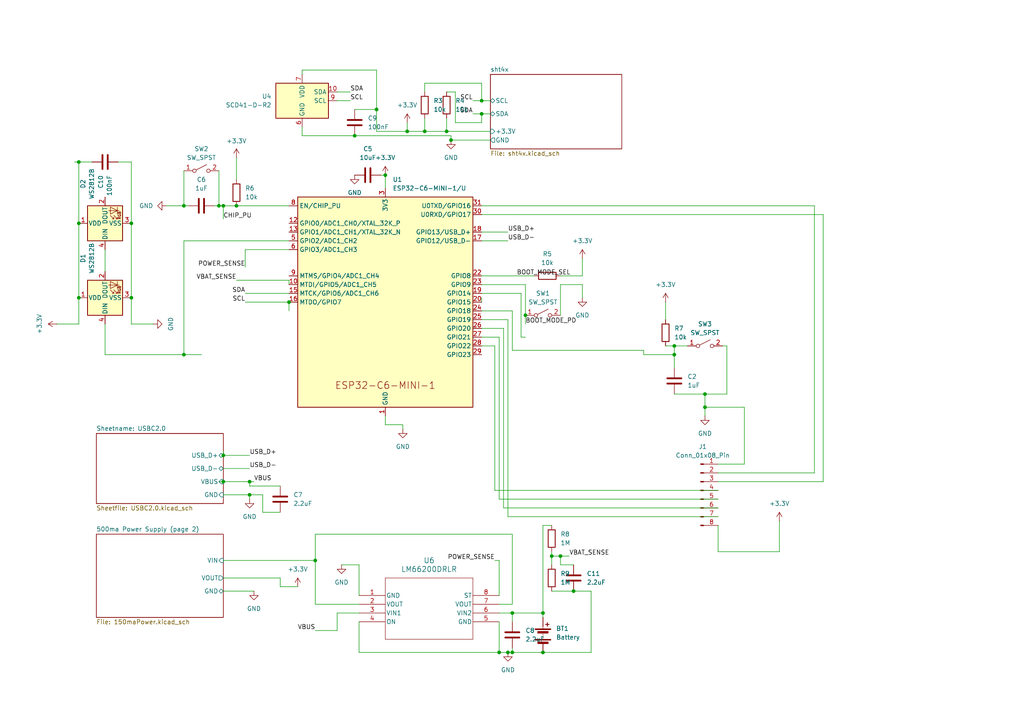
<source format=kicad_sch>
(kicad_sch (version 20250114) (generator "eeschema") (generator_version "9.0")
  (paper "A4")
  (lib_symbols
    (symbol "2025-04-16_23-12-51:LM66200DRLR" (pin_names (offset 0.254))
      (property "Reference" "U" (at 20.32 10.16 0))
      (property "Value" "LM66200DRLR" (at 20.32 7.62 0))
      (symbol "LM66200DRLR_0_1"
        (polyline (pts (xy 7.62 5.08) (xy 7.62 -12.7)) (stroke (width 0.127)))
        (polyline (pts (xy 7.62 -12.7) (xy 33.02 -12.7)) (stroke (width 0.127)))
        (polyline (pts (xy 33.02 5.08) (xy 7.62 5.08)) (stroke (width 0.127)))
        (polyline (pts (xy 33.02 -12.7) (xy 33.02 5.08)) (stroke (width 0.127)))
        (pin power_out line (at 0 0 0) (length 7.62) (name "GND") (number "1"))
        (pin power_in line (at 0 -2.54 0) (length 7.62) (name "VOUT") (number "2"))
        (pin input line (at 0 -5.08 0) (length 7.62) (name "VIN1") (number "3"))
        (pin input line (at 0 -7.62 0) (length 7.62) (name "ON") (number "4"))
        (pin output line (at 40.64 0 180) (length 7.62) (name "ST") (number "8"))
        (pin output line (at 40.64 -2.54 180) (length 7.62) (name "VOUT") (number "7"))
        (pin input line (at 40.64 -5.08 180) (length 7.62) (name "VIN2") (number "6"))
        (pin power_out line (at 40.64 -7.62 180) (length 7.62) (name "GND") (number "5"))
      )
    )
    (symbol "Connector:Conn_01x08_Pin" (pin_names (offset 1.016) (hide yes))
      (property "Reference" "J" (at 0 10.16 0))
      (property "Value" "Conn_01x08_Pin" (at 0 -12.7 0))
      (symbol "Conn_01x08_Pin_1_1"
        (rectangle (start 0.8636 7.747) (end 0 7.493) (stroke (width 0.1524)) (fill (type outline)))
        (rectangle (start 0.8636 5.207) (end 0 4.953) (stroke (width 0.1524)) (fill (type outline)))
        (rectangle (start 0.8636 2.667) (end 0 2.413) (stroke (width 0.1524)) (fill (type outline)))
        (rectangle (start 0.8636 0.127) (end 0 -0.127) (stroke (width 0.1524)) (fill (type outline)))
        (rectangle (start 0.8636 -2.413) (end 0 -2.667) (stroke (width 0.1524)) (fill (type outline)))
        (rectangle (start 0.8636 -4.953) (end 0 -5.207) (stroke (width 0.1524)) (fill (type outline)))
        (rectangle (start 0.8636 -7.493) (end 0 -7.747) (stroke (width 0.1524)) (fill (type outline)))
        (rectangle (start 0.8636 -10.033) (end 0 -10.287) (stroke (width 0.1524)) (fill (type outline)))
        (polyline (pts (xy 1.27 7.62) (xy 0.8636 7.62)) (stroke (width 0.1524)))
        (polyline (pts (xy 1.27 5.08) (xy 0.8636 5.08)) (stroke (width 0.1524)))
        (polyline (pts (xy 1.27 2.54) (xy 0.8636 2.54)) (stroke (width 0.1524)))
        (polyline (pts (xy 1.27 0) (xy 0.8636 0)) (stroke (width 0.1524)))
        (polyline (pts (xy 1.27 -2.54) (xy 0.8636 -2.54)) (stroke (width 0.1524)))
        (polyline (pts (xy 1.27 -5.08) (xy 0.8636 -5.08)) (stroke (width 0.1524)))
        (polyline (pts (xy 1.27 -7.62) (xy 0.8636 -7.62)) (stroke (width 0.1524)))
        (polyline (pts (xy 1.27 -10.16) (xy 0.8636 -10.16)) (stroke (width 0.1524)))
        (pin passive line (at 5.08 7.62 180) (length 3.81) (name "Pin_1") (number "1"))
        (pin passive line (at 5.08 5.08 180) (length 3.81) (name "Pin_2") (number "2"))
        (pin passive line (at 5.08 2.54 180) (length 3.81) (name "Pin_3") (number "3"))
        (pin passive line (at 5.08 0 180) (length 3.81) (name "Pin_4") (number "4"))
        (pin passive line (at 5.08 -2.54 180) (length 3.81) (name "Pin_5") (number "5"))
        (pin passive line (at 5.08 -5.08 180) (length 3.81) (name "Pin_6") (number "6"))
        (pin passive line (at 5.08 -7.62 180) (length 3.81) (name "Pin_7") (number "7"))
        (pin passive line (at 5.08 -10.16 180) (length 3.81) (name "Pin_8") (number "8"))
      )
    )
    (symbol "Device:Battery" (pin_numbers (hide yes)) (pin_names (offset 0) (hide yes))
      (property "Reference" "BT" (at 2.54 2.54 0))
      (property "Value" "Battery" (at 2.54 0 0))
      (symbol "Battery_0_1"
        (rectangle (start -2.286 1.778) (end 2.286 1.524) (fill (type outline)))
        (rectangle (start -2.286 -1.27) (end 2.286 -1.524) (fill (type outline)))
        (rectangle (start -1.524 1.016) (end 1.524 0.508) (fill (type outline)))
        (rectangle (start -1.524 -2.032) (end 1.524 -2.54) (fill (type outline)))
        (polyline (pts (xy 0 1.778) (xy 0 2.54)))
        (polyline (pts (xy 0 0) (xy 0 0.254)))
        (polyline (pts (xy 0 -0.508) (xy 0 -0.254)))
        (polyline (pts (xy 0 -1.016) (xy 0 -0.762)))
        (polyline (pts (xy 0.762 3.048) (xy 1.778 3.048)) (stroke (width 0.254)))
        (polyline (pts (xy 1.27 3.556) (xy 1.27 2.54)) (stroke (width 0.254)))
      )
      (symbol "Battery_1_1"
        (pin passive line (at 0 5.08 270) (length 2.54) (name "+") (number "1"))
        (pin passive line (at 0 -5.08 90) (length 2.54) (name "-") (number "2"))
      )
    )
    (symbol "Device:C" (pin_numbers (hide yes)) (pin_names (offset 0.254))
      (property "Reference" "C" (at 0.635 2.54 0))
      (property "Value" "C" (at 0.635 -2.54 0))
      (symbol "C_0_1"
        (polyline (pts (xy -2.032 0.762) (xy 2.032 0.762)) (stroke (width 0.508)))
        (polyline (pts (xy -2.032 -0.762) (xy 2.032 -0.762)) (stroke (width 0.508)))
      )
      (symbol "C_1_1"
        (pin passive line (at 0 3.81 270) (length 2.794) (name "~") (number "1"))
        (pin passive line (at 0 -3.81 90) (length 2.794) (name "~") (number "2"))
      )
    )
    (symbol "Device:R" (pin_numbers (hide yes)) (pin_names (offset 0))
      (property "Reference" "R" (at 2.032 0 90))
      (property "Value" "R" (at 0 0 90))
      (symbol "R_0_1"
        (rectangle (start -1.016 -2.54) (end 1.016 2.54) (stroke (width 0.254)))
      )
      (symbol "R_1_1"
        (pin passive line (at 0 3.81 270) (length 1.27) (name "~") (number "1"))
        (pin passive line (at 0 -3.81 90) (length 1.27) (name "~") (number "2"))
      )
    )
    (symbol "LED:WS2812B" (pin_names (offset 0.254))
      (property "Reference" "D" (at 5.08 5.715 0))
      (property "Value" "WS2812B" (at 1.27 -5.715 0))
      (symbol "WS2812B_0_0"
        (text "RGB" (at 2.286 -4.191 0) (effects (font (size 0.762 0.762))))
      )
      (symbol "WS2812B_0_1"
        (polyline (pts (xy 1.27 -2.54) (xy 1.778 -2.54)))
        (polyline (pts (xy 1.27 -3.556) (xy 1.778 -3.556)))
        (polyline (pts (xy 2.286 -1.524) (xy 1.27 -2.54) (xy 1.27 -2.032)))
        (polyline (pts (xy 2.286 -2.54) (xy 1.27 -3.556) (xy 1.27 -3.048)))
        (polyline (pts (xy 3.683 -1.016) (xy 3.683 -3.556) (xy 3.683 -4.064)))
        (polyline (pts (xy 4.699 -1.524) (xy 2.667 -1.524) (xy 3.683 -3.556) (xy 4.699 -1.524)))
        (polyline (pts (xy 4.699 -3.556) (xy 2.667 -3.556)))
        (rectangle (start 5.08 5.08) (end -5.08 -5.08) (stroke (width 0.254)) (fill (type background)))
      )
      (symbol "WS2812B_1_1"
        (pin input line (at -7.62 0 0) (length 2.54) (name "DIN") (number "4"))
        (pin power_in line (at 0 7.62 270) (length 2.54) (name "VDD") (number "1"))
        (pin power_in line (at 0 -7.62 90) (length 2.54) (name "VSS") (number "3"))
        (pin output line (at 7.62 0 180) (length 2.54) (name "DOUT") (number "2"))
      )
    )
    (symbol "PCM_Espressif:ESP32-C6-MINI-1/U"
      (property "Reference" "U" (at -25.4 35.56 0))
      (property "Value" "ESP32-C6-MINI-1/U" (at -25.4 33.02 0))
      (symbol "ESP32-C6-MINI-1/U_0_0"
        (text "ESP32-C6-MINI-1" (at 0 -24.13 0) (effects (font (size 2 2))))
      )
      (symbol "ESP32-C6-MINI-1/U_0_1"
        (rectangle (start -25.4 30.48) (end 25.4 -30.48) (stroke (width 0.254)) (fill (type background)))
      )
      (symbol "ESP32-C6-MINI-1/U_1_1"
        (pin input line (at -27.94 27.94 0) (length 2.54) (name "EN/CHIP_PU") (number "8"))
        (pin bidirectional line (at -27.94 22.86 0) (length 2.54) (name "GPIO0/ADC1_CH0/XTAL_32K_P") (number "12"))
        (pin bidirectional line (at -27.94 20.32 0) (length 2.54) (name "GPIO1/ADC1_CH1/XTAL_32K_N") (number "13"))
        (pin bidirectional line (at -27.94 17.78 0) (length 2.54) (name "GPIO2/ADC1_CH2") (number "5"))
        (pin bidirectional line (at -27.94 15.24 0) (length 2.54) (name "GPIO3/ADC1_CH3") (number "6"))
        (pin bidirectional line (at -27.94 7.62 0) (length 2.54) (name "MTMS/GPIO4/ADC1_CH4") (number "9"))
        (pin bidirectional line (at -27.94 5.08 0) (length 2.54) (name "MTDI/GPIO5/ADC1_CH5") (number "10"))
        (pin bidirectional line (at -27.94 2.54 0) (length 2.54) (name "MTCK/GPIO6/ADC1_CH6") (number "15"))
        (pin bidirectional line (at -27.94 0 0) (length 2.54) (name "MTDO/GPIO7") (number "16"))
        (pin no_connect line (at -25.4 -5.08 0) (length 2.54) (hide yes) (name "NC") (number "4"))
        (pin no_connect line (at -25.4 -7.62 0) (length 2.54) (hide yes) (name "NC") (number "7"))
        (pin no_connect line (at -25.4 -10.16 0) (length 2.54) (hide yes) (name "NC") (number "21"))
        (pin no_connect line (at -25.4 -12.7 0) (length 2.54) (hide yes) (name "NC") (number "32"))
        (pin no_connect line (at -25.4 -15.24 0) (length 2.54) (hide yes) (name "NC") (number "33"))
        (pin no_connect line (at -25.4 -17.78 0) (length 2.54) (hide yes) (name "NC") (number "34"))
        (pin no_connect line (at -25.4 -20.32 0) (length 2.54) (hide yes) (name "NC") (number "35"))
        (pin power_in line (at 0 33.02 270) (length 2.54) (name "3V3") (number "3"))
        (pin power_in line (at 0 -33.02 90) (length 2.54) (name "GND") (number "1"))
        (pin passive line (at 0 -33.02 90) (length 2.54) (hide yes) (name "GND") (number "11"))
        (pin passive line (at 0 -33.02 90) (length 2.54) (hide yes) (name "GND") (number "14"))
        (pin passive line (at 0 -33.02 90) (length 2.54) (hide yes) (name "GND") (number "2"))
        (pin passive line (at 0 -33.02 90) (length 2.54) (hide yes) (name "GND") (number "36"))
        (pin passive line (at 0 -33.02 90) (length 2.54) (hide yes) (name "GND") (number "37"))
        (pin passive line (at 0 -33.02 90) (length 2.54) (hide yes) (name "GND") (number "38"))
        (pin passive line (at 0 -33.02 90) (length 2.54) (hide yes) (name "GND") (number "39"))
        (pin passive line (at 0 -33.02 90) (length 2.54) (hide yes) (name "GND") (number "40"))
        (pin passive line (at 0 -33.02 90) (length 2.54) (hide yes) (name "GND") (number "41"))
        (pin passive line (at 0 -33.02 90) (length 2.54) (hide yes) (name "GND") (number "42"))
        (pin passive line (at 0 -33.02 90) (length 2.54) (hide yes) (name "GND") (number "43"))
        (pin passive line (at 0 -33.02 90) (length 2.54) (hide yes) (name "GND") (number "44"))
        (pin passive line (at 0 -33.02 90) (length 2.54) (hide yes) (name "GND") (number "45"))
        (pin passive line (at 0 -33.02 90) (length 2.54) (hide yes) (name "GND") (number "46"))
        (pin passive line (at 0 -33.02 90) (length 2.54) (hide yes) (name "GND") (number "47"))
        (pin passive line (at 0 -33.02 90) (length 2.54) (hide yes) (name "GND") (number "48"))
        (pin passive line (at 0 -33.02 90) (length 2.54) (hide yes) (name "GND") (number "49"))
        (pin passive line (at 0 -33.02 90) (length 2.54) (hide yes) (name "GND") (number "50"))
        (pin passive line (at 0 -33.02 90) (length 2.54) (hide yes) (name "GND") (number "51"))
        (pin passive line (at 0 -33.02 90) (length 2.54) (hide yes) (name "GND") (number "52"))
        (pin passive line (at 0 -33.02 90) (length 2.54) (hide yes) (name "GND") (number "53"))
        (pin bidirectional line (at 27.94 27.94 180) (length 2.54) (name "U0TXD/GPIO16") (number "31"))
        (pin bidirectional line (at 27.94 25.4 180) (length 2.54) (name "U0RXD/GPIO17") (number "30"))
        (pin bidirectional line (at 27.94 20.32 180) (length 2.54) (name "GPIO13/USB_D+") (number "18"))
        (pin bidirectional line (at 27.94 17.78 180) (length 2.54) (name "GPIO12/USB_D-") (number "17"))
        (pin bidirectional line (at 27.94 7.62 180) (length 2.54) (name "GPIO8") (number "22"))
        (pin bidirectional line (at 27.94 5.08 180) (length 2.54) (name "GPIO9") (number "23"))
        (pin bidirectional line (at 27.94 2.54 180) (length 2.54) (name "GPIO14") (number "19"))
        (pin bidirectional line (at 27.94 0 180) (length 2.54) (name "GPIO15") (number "20"))
        (pin bidirectional line (at 27.94 -2.54 180) (length 2.54) (name "GPIO18") (number "24"))
        (pin bidirectional line (at 27.94 -5.08 180) (length 2.54) (name "GPIO19") (number "25"))
        (pin bidirectional line (at 27.94 -7.62 180) (length 2.54) (name "GPIO20") (number "26"))
        (pin bidirectional line (at 27.94 -10.16 180) (length 2.54) (name "GPIO21") (number "27"))
        (pin bidirectional line (at 27.94 -12.7 180) (length 2.54) (name "GPIO22") (number "28"))
        (pin bidirectional line (at 27.94 -15.24 180) (length 2.54) (name "GPIO23") (number "29"))
      )
    )
    (symbol "Sensor_Gas:SCD41-D-R2"
      (property "Reference" "U" (at -7.62 6.35 0))
      (property "Value" "SCD41-D-R2" (at 6.985 6.35 0))
      (symbol "SCD41-D-R2_0_1"
        (rectangle (start 7.62 5.08) (end -7.62 -5.08) (stroke (width 0.254)) (fill (type background)))
      )
      (symbol "SCD41-D-R2_1_1"
        (pin passive line (at 0 7.62 270) (length 2.54) (hide yes) (name "VDD") (number "19"))
        (pin power_in line (at 0 7.62 270) (length 2.54) (name "VDD") (number "7"))
        (pin passive line (at 0 -7.62 90) (length 2.54) (hide yes) (name "GND") (number "20"))
        (pin passive line (at 0 -7.62 90) (length 2.54) (hide yes) (name "GND") (number "21"))
        (pin power_in line (at 0 -7.62 90) (length 2.54) (name "GND") (number "6"))
        (pin bidirectional line (at 10.16 2.54 180) (length 2.54) (name "SDA") (number "10"))
        (pin input line (at 10.16 0 180) (length 2.54) (name "SCL") (number "9"))
      )
    )
    (symbol "Switch:SW_SPST" (pin_names (offset 0) (hide yes))
      (property "Reference" "SW" (at 0 3.175 0))
      (property "Value" "SW_SPST" (at 0 -2.54 0))
      (symbol "SW_SPST_0_0"
        (circle (center -2.032 0) (radius 0.508))
        (polyline (pts (xy -1.524 0.254) (xy 1.524 1.778)))
        (circle (center 2.032 0) (radius 0.508))
      )
      (symbol "SW_SPST_1_1"
        (pin passive line (at -5.08 0 0) (length 2.54) (name "A") (number "1"))
        (pin passive line (at 5.08 0 180) (length 2.54) (name "B") (number "2"))
      )
    )
    (symbol "power:+3.3V" (power) (pin_numbers (hide yes)) (pin_names (offset 0) (hide yes))
      (property "Value" "+3.3V" (at 0 3.556 0))
      (symbol "+3.3V_0_1"
        (polyline (pts (xy -0.762 1.27) (xy 0 2.54)))
        (polyline (pts (xy 0 2.54) (xy 0.762 1.27)))
        (polyline (pts (xy 0 0) (xy 0 2.54)))
      )
      (symbol "+3.3V_1_1"
        (pin power_in line (at 0 0 90) (length 0) (name "~") (number "1"))
      )
    )
    (symbol "power:GND" (power) (pin_numbers (hide yes)) (pin_names (offset 0) (hide yes))
      (property "Value" "GND" (at 0 -3.81 0))
      (symbol "GND_0_1"
        (polyline (pts (xy 0 0) (xy 0 -1.27) (xy 1.27 -1.27) (xy 0 -2.54) (xy -1.27 -1.27) (xy 0 -1.27)))
      )
      (symbol "GND_1_1"
        (pin power_in line (at 0 0 270) (length 0) (name "~") (number "1"))
      )
    )
  )
  (junction (at 72.39 143.51))
  (junction (at 53.34 102.87))
  (junction (at 111.76 50.8))
  (junction (at 139.7 29.21))
  (junction (at 118.11 38.1))
  (junction (at 130.81 40.64))
  (junction (at 102.87 39.37))
  (junction (at 91.44 162.56))
  (junction (at 22.86 46.99))
  (junction (at 204.47 114.3))
  (junction (at 195.58 102.87))
  (junction (at 152.4 91.44))
  (junction (at 83.82 87.63))
  (junction (at 22.86 86.36))
  (junction (at 123.19 38.1))
  (junction (at 38.1 64.77))
  (junction (at 64.77 132.08))
  (junction (at 68.58 59.69))
  (junction (at 166.37 171.45))
  (junction (at 204.47 118.11))
  (junction (at 157.48 189.23))
  (junction (at 195.58 100.33))
  (junction (at 53.34 59.69))
  (junction (at 109.22 31.75))
  (junction (at 72.39 139.7))
  (junction (at 148.59 177.8))
  (junction (at 148.59 189.23))
  (junction (at 38.1 86.36))
  (junction (at 22.86 64.77))
  (junction (at 64.77 59.69))
  (junction (at 63.5 59.69))
  (junction (at 162.56 161.29))
  (junction (at 160.02 161.29))
  (junction (at 157.48 177.8))
  (junction (at 139.7 33.02))
  (junction (at 129.54 38.1))
  (junction (at 64.77 139.7))
  (junction (at 147.32 189.23))
  (junction (at 144.78 189.23))
  (wire (pts (xy 63.5 49.53) (xy 63.5 59.69)))
  (wire (pts (xy 87.63 36.83) (xy 87.63 39.37)))
  (wire (pts (xy 166.37 171.45) (xy 160.02 171.45)))
  (wire (pts (xy 147.32 189.23) (xy 144.78 189.23)))
  (wire (pts (xy 148.59 189.23) (xy 147.32 189.23)))
  (wire (pts (xy 22.86 46.99) (xy 26.67 46.99)))
  (wire (pts (xy 38.1 46.99) (xy 38.1 64.77)))
  (wire (pts (xy 146.05 147.32) (xy 208.28 147.32)))
  (wire (pts (xy 162.56 91.44) (xy 162.56 82.55)))
  (wire (pts (xy 144.78 177.8) (xy 148.59 177.8)))
  (wire (pts (xy 152.4 91.44) (xy 152.4 82.55)))
  (wire (pts (xy 144.78 180.34) (xy 144.78 189.23)))
  (wire (pts (xy 72.39 143.51) (xy 64.77 143.51)))
  (wire (pts (xy 68.58 81.28) (xy 83.82 81.28)))
  (wire (pts (xy 30.48 78.74) (xy 30.48 72.39)))
  (wire (pts (xy 72.39 139.7) (xy 72.39 140.97)))
  (wire (pts (xy 53.34 102.87) (xy 53.34 69.85)))
  (wire (pts (xy 143.51 142.24) (xy 208.28 142.24)))
  (wire (pts (xy 64.77 132.08) (xy 72.39 132.08)))
  (wire (pts (xy 83.82 87.63) (xy 83.82 90.17)))
  (wire (pts (xy 168.91 80.01) (xy 168.91 74.93)))
  (wire (pts (xy 130.81 39.37) (xy 130.81 40.64)))
  (wire (pts (xy 148.59 187.96) (xy 148.59 189.23)))
  (wire (pts (xy 148.59 177.8) (xy 157.48 177.8)))
  (wire (pts (xy 143.51 162.56) (xy 144.78 162.56)))
  (wire (pts (xy 22.86 46.99) (xy 21.59 46.99)))
  (wire (pts (xy 30.48 102.87) (xy 30.48 93.98)))
  (wire (pts (xy 104.14 189.23) (xy 144.78 189.23)))
  (wire (pts (xy 208.28 160.02) (xy 208.28 152.4)))
  (wire (pts (xy 38.1 93.98) (xy 38.1 86.36)))
  (wire (pts (xy 72.39 140.97) (xy 81.28 140.97)))
  (wire (pts (xy 139.7 97.79) (xy 144.78 97.79)))
  (wire (pts (xy 104.14 163.83) (xy 99.06 163.83)))
  (wire (pts (xy 139.7 33.02) (xy 142.24 33.02)))
  (wire (pts (xy 64.77 139.7) (xy 72.39 139.7)))
  (wire (pts (xy 195.58 100.33) (xy 199.39 100.33)))
  (wire (pts (xy 130.81 40.64) (xy 142.24 40.64)))
  (wire (pts (xy 30.48 102.87) (xy 53.34 102.87)))
  (wire (pts (xy 137.16 29.21) (xy 139.7 29.21)))
  (wire (pts (xy 148.59 90.17) (xy 148.59 101.6)))
  (wire (pts (xy 64.77 171.45) (xy 73.66 171.45)))
  (wire (pts (xy 139.7 80.01) (xy 154.94 80.01)))
  (wire (pts (xy 91.44 154.94) (xy 148.59 154.94)))
  (wire (pts (xy 160.02 161.29) (xy 160.02 163.83)))
  (wire (pts (xy 195.58 114.3) (xy 204.47 114.3)))
  (wire (pts (xy 139.7 100.33) (xy 143.51 100.33)))
  (wire (pts (xy 109.22 38.1) (xy 118.11 38.1)))
  (wire (pts (xy 91.44 175.26) (xy 91.44 162.56)))
  (wire (pts (xy 87.63 39.37) (xy 102.87 39.37)))
  (wire (pts (xy 148.59 101.6) (xy 186.69 101.6)))
  (wire (pts (xy 91.44 175.26) (xy 104.14 175.26)))
  (wire (pts (xy 148.59 177.8) (xy 148.59 180.34)))
  (wire (pts (xy 157.48 189.23) (xy 171.45 189.23)))
  (wire (pts (xy 53.34 59.69) (xy 54.61 59.69)))
  (wire (pts (xy 144.78 175.26) (xy 148.59 175.26)))
  (wire (pts (xy 142.24 38.1) (xy 129.54 38.1)))
  (wire (pts (xy 110.49 50.8) (xy 111.76 50.8)))
  (wire (pts (xy 83.82 85.09) (xy 71.12 85.09)))
  (wire (pts (xy 204.47 118.11) (xy 204.47 120.65)))
  (wire (pts (xy 139.7 92.71) (xy 147.32 92.71)))
  (wire (pts (xy 152.4 93.98) (xy 152.4 91.44)))
  (wire (pts (xy 63.5 59.69) (xy 64.77 59.69)))
  (wire (pts (xy 109.22 20.32) (xy 109.22 31.75)))
  (wire (pts (xy 129.54 26.67) (xy 132.08 26.67)))
  (wire (pts (xy 116.84 123.19) (xy 111.76 123.19)))
  (wire (pts (xy 139.7 29.21) (xy 142.24 29.21)))
  (wire (pts (xy 132.08 26.67) (xy 132.08 35.56)))
  (wire (pts (xy 238.76 62.23) (xy 238.76 139.7)))
  (wire (pts (xy 123.19 38.1) (xy 118.11 38.1)))
  (wire (pts (xy 34.29 46.99) (xy 38.1 46.99)))
  (wire (pts (xy 102.87 39.37) (xy 130.81 39.37)))
  (wire (pts (xy 162.56 82.55) (xy 168.91 82.55)))
  (wire (pts (xy 123.19 34.29) (xy 123.19 38.1)))
  (wire (pts (xy 129.54 38.1) (xy 123.19 38.1)))
  (wire (pts (xy 144.78 97.79) (xy 144.78 144.78)))
  (wire (pts (xy 68.58 45.72) (xy 68.58 52.07)))
  (wire (pts (xy 139.7 90.17) (xy 148.59 90.17)))
  (wire (pts (xy 63.5 139.7) (xy 64.77 139.7)))
  (wire (pts (xy 71.12 77.47) (xy 71.12 72.39)))
  (wire (pts (xy 139.7 95.25) (xy 146.05 95.25)))
  (wire (pts (xy 162.56 80.01) (xy 168.91 80.01)))
  (wire (pts (xy 72.39 139.7) (xy 73.66 139.7)))
  (wire (pts (xy 157.48 177.8) (xy 157.48 152.4)))
  (wire (pts (xy 64.77 135.89) (xy 72.39 135.89)))
  (wire (pts (xy 104.14 180.34) (xy 104.14 189.23)))
  (wire (pts (xy 22.86 93.98) (xy 22.86 86.36)))
  (wire (pts (xy 139.7 69.85) (xy 147.32 69.85)))
  (wire (pts (xy 144.78 162.56) (xy 144.78 172.72)))
  (wire (pts (xy 208.28 137.16) (xy 236.22 137.16)))
  (wire (pts (xy 132.08 35.56) (xy 139.7 35.56)))
  (wire (pts (xy 139.7 82.55) (xy 152.4 82.55)))
  (wire (pts (xy 81.28 148.59) (xy 76.2 148.59)))
  (wire (pts (xy 83.82 87.63) (xy 71.12 87.63)))
  (wire (pts (xy 195.58 102.87) (xy 195.58 106.68)))
  (wire (pts (xy 68.58 59.69) (xy 83.82 59.69)))
  (wire (pts (xy 139.7 86.36) (xy 139.7 87.63)))
  (wire (pts (xy 147.32 149.86) (xy 208.28 149.86)))
  (wire (pts (xy 160.02 160.02) (xy 160.02 161.29)))
  (wire (pts (xy 186.69 101.6) (xy 186.69 102.87)))
  (wire (pts (xy 16.51 93.98) (xy 22.86 93.98)))
  (wire (pts (xy 64.77 130.81) (xy 64.77 132.08)))
  (wire (pts (xy 83.82 81.28) (xy 83.82 82.55)))
  (wire (pts (xy 162.56 161.29) (xy 165.1 161.29)))
  (wire (pts (xy 116.84 123.19) (xy 116.84 124.46)))
  (wire (pts (xy 139.7 85.09) (xy 151.13 85.09)))
  (wire (pts (xy 123.19 26.67) (xy 123.19 24.13)))
  (wire (pts (xy 53.34 49.53) (xy 53.34 59.69)))
  (wire (pts (xy 81.28 170.18) (xy 81.28 167.64)))
  (wire (pts (xy 157.48 179.07) (xy 157.48 177.8)))
  (wire (pts (xy 186.69 102.87) (xy 195.58 102.87)))
  (wire (pts (xy 91.44 154.94) (xy 91.44 162.56)))
  (wire (pts (xy 64.77 162.56) (xy 91.44 162.56)))
  (wire (pts (xy 215.9 118.11) (xy 204.47 118.11)))
  (wire (pts (xy 97.79 177.8) (xy 104.14 177.8)))
  (wire (pts (xy 22.86 86.36) (xy 22.86 64.77)))
  (wire (pts (xy 148.59 175.26) (xy 148.59 154.94)))
  (wire (pts (xy 97.79 182.88) (xy 97.79 177.8)))
  (wire (pts (xy 71.12 72.39) (xy 83.82 72.39)))
  (wire (pts (xy 139.7 24.13) (xy 139.7 29.21)))
  (wire (pts (xy 210.82 114.3) (xy 210.82 100.33)))
  (wire (pts (xy 166.37 163.83) (xy 162.56 163.83)))
  (wire (pts (xy 236.22 59.69) (xy 236.22 137.16)))
  (wire (pts (xy 22.86 64.77) (xy 22.86 46.99)))
  (wire (pts (xy 210.82 100.33) (xy 209.55 100.33)))
  (wire (pts (xy 204.47 114.3) (xy 210.82 114.3)))
  (wire (pts (xy 118.11 38.1) (xy 118.11 35.56)))
  (wire (pts (xy 139.7 35.56) (xy 139.7 33.02)))
  (wire (pts (xy 139.7 59.69) (xy 236.22 59.69)))
  (wire (pts (xy 162.56 163.83) (xy 162.56 161.29)))
  (wire (pts (xy 146.05 95.25) (xy 146.05 147.32)))
  (wire (pts (xy 147.32 149.86) (xy 147.32 92.71)))
  (wire (pts (xy 64.77 59.69) (xy 68.58 59.69)))
  (wire (pts (xy 226.06 151.13) (xy 226.06 160.02)))
  (wire (pts (xy 193.04 87.63) (xy 193.04 92.71)))
  (wire (pts (xy 171.45 171.45) (xy 166.37 171.45)))
  (wire (pts (xy 48.26 59.69) (xy 53.34 59.69)))
  (wire (pts (xy 64.77 63.5) (xy 64.77 59.69)))
  (wire (pts (xy 160.02 161.29) (xy 162.56 161.29)))
  (wire (pts (xy 62.23 59.69) (xy 63.5 59.69)))
  (wire (pts (xy 195.58 100.33) (xy 195.58 102.87)))
  (wire (pts (xy 144.78 144.78) (xy 208.28 144.78)))
  (wire (pts (xy 208.28 139.7) (xy 238.76 139.7)))
  (wire (pts (xy 123.19 24.13) (xy 139.7 24.13)))
  (wire (pts (xy 137.16 33.02) (xy 139.7 33.02)))
  (wire (pts (xy 151.13 85.09) (xy 151.13 97.79)))
  (wire (pts (xy 143.51 100.33) (xy 143.51 142.24)))
  (wire (pts (xy 171.45 189.23) (xy 171.45 171.45)))
  (wire (pts (xy 139.7 67.31) (xy 147.32 67.31)))
  (wire (pts (xy 168.91 82.55) (xy 168.91 86.36)))
  (wire (pts (xy 157.48 152.4) (xy 160.02 152.4)))
  (wire (pts (xy 81.28 170.18) (xy 86.36 170.18)))
  (wire (pts (xy 139.7 62.23) (xy 238.76 62.23)))
  (wire (pts (xy 76.2 143.51) (xy 72.39 143.51)))
  (wire (pts (xy 109.22 31.75) (xy 109.22 38.1)))
  (wire (pts (xy 226.06 160.02) (xy 208.28 160.02)))
  (wire (pts (xy 81.28 167.64) (xy 64.77 167.64)))
  (wire (pts (xy 193.04 100.33) (xy 195.58 100.33)))
  (wire (pts (xy 111.76 123.19) (xy 111.76 120.65)))
  (wire (pts (xy 111.76 50.8) (xy 111.76 54.61)))
  (wire (pts (xy 129.54 34.29) (xy 129.54 38.1)))
  (wire (pts (xy 97.79 26.67) (xy 101.6 26.67)))
  (wire (pts (xy 76.2 148.59) (xy 76.2 143.51)))
  (wire (pts (xy 157.48 189.23) (xy 148.59 189.23)))
  (wire (pts (xy 87.63 20.32) (xy 109.22 20.32)))
  (wire (pts (xy 102.87 31.75) (xy 109.22 31.75)))
  (wire (pts (xy 97.79 29.21) (xy 101.6 29.21)))
  (wire (pts (xy 53.34 102.87) (xy 58.42 102.87)))
  (wire (pts (xy 44.45 93.98) (xy 38.1 93.98)))
  (wire (pts (xy 38.1 86.36) (xy 38.1 64.77)))
  (wire (pts (xy 91.44 182.88) (xy 97.79 182.88)))
  (wire (pts (xy 204.47 114.3) (xy 204.47 118.11)))
  (wire (pts (xy 87.63 21.59) (xy 87.63 20.32)))
  (wire (pts (xy 104.14 172.72) (xy 104.14 163.83)))
  (wire (pts (xy 53.34 69.85) (xy 83.82 69.85)))
  (wire (pts (xy 215.9 134.62) (xy 215.9 118.11)))
  (wire (pts (xy 151.13 97.79) (xy 152.4 97.79)))
  (wire (pts (xy 72.39 144.78) (xy 72.39 143.51)))
  (wire (pts (xy 208.28 134.62) (xy 215.9 134.62)))
  (label "VBUS" (at 73.66 139.7 0))
  (label "BOOT_MODE_PD" (at 152.4 93.98 0))
  (label "POWER_SENSE" (at 71.12 77.47 180))
  (label "VBAT_SENSE" (at 68.58 81.28 180))
  (label "SCL" (at 101.6 29.21 0))
  (label "SCL" (at 137.16 29.21 180))
  (label "SCL" (at 71.12 87.63 180))
  (label "CHIP_PU" (at 64.77 63.5 0))
  (label "VBUS" (at 91.44 182.88 180))
  (label "SDA" (at 101.6 26.67 0))
  (label "USB_D-" (at 147.32 69.85 0))
  (label "USB_D-" (at 72.39 135.89 0))
  (label "BOOT_MODE_SEL" (at 149.86 80.01 0))
  (label "VBAT_SENSE" (at 165.1 161.29 0))
  (label "SDA" (at 137.16 33.02 180))
  (label "SDA" (at 71.12 85.09 180))
  (label "POWER_SENSE" (at 143.51 162.56 180))
  (label "USB_D+" (at 147.32 67.31 0))
  (label "USB_D+" (at 72.39 132.08 0))
  (symbol (lib_id "power:GND") (at 44.45 93.98 90) (unit 1)
    (property "Reference" "#PWR016" (effects (hide yes)))
    (property "Value" "GND" (at 49.53 93.98 0))
    (property "Description" "Power symbol creates a global label with name \"GND\" , ground" (effects (hide yes)))
  )
  (symbol (lib_id "Device:C") (at 106.68 50.8 90) (unit 1)
    (property "Reference" "C5" (at 106.68 43.18 90))
    (property "Value" "10uF" (at 106.68 45.72 90))
    (property "Footprint" "Capacitor_SMD:C_1206_3216Metric" (effects (hide yes)))
    (property "Description" "Unpolarized capacitor" (effects (hide yes)))
  )
  (symbol (lib_id "Device:C") (at 81.28 144.78 0) (unit 1)
    (property "Reference" "C7" (at 85.09 143.5099 0) (effects (justify left)))
    (property "Value" "2.2uF" (at 85.09 146.0499 0) (effects (justify left)))
    (property "Footprint" "Capacitor_SMD:C_1206_3216Metric" (effects (hide yes)))
    (property "Description" "Unpolarized capacitor" (effects (hide yes)))
  )
  (symbol (lib_id "2025-04-16_23-12-51:LM66200DRLR") (at 104.14 172.72 0) (unit 1)
    (property "Reference" "U6" (at 124.46 162.56 0) (effects (font (size 1.524 1.524))))
    (property "Value" "LM66200DRLR" (at 124.46 165.1 0) (effects (font (size 1.524 1.524))))
    (property "Footprint" "footprints:SOT-5X3_DRL_TEX" (effects (hide yes)))
    (property "Datasheet" "LM66200DRLR" (effects (hide yes)))
  )
  (symbol (lib_id "Device:Battery") (at 157.48 184.15 0) (unit 1)
    (property "Reference" "BT1" (at 161.29 182.3084 0) (effects (justify left)))
    (property "Value" "Battery" (at 161.29 184.8484 0) (effects (justify left)))
    (property "Footprint" "Battery:BatteryHolder_Keystone_2479_3xAAA" (effects (hide yes)))
    (property "Description" "Multiple-cell battery" (effects (hide yes)))
  )
  (symbol (lib_id "Device:R") (at 193.04 96.52 0) (unit 1)
    (property "Reference" "R7" (at 195.58 95.2499 0) (effects (justify left)))
    (property "Value" "10k" (at 195.58 97.7899 0) (effects (justify left)))
    (property "Footprint" "Resistor_SMD:R_0603_1608Metric" (effects (hide yes)))
    (property "Description" "Resistor" (effects (hide yes)))
  )
  (symbol (lib_id "PCM_Espressif:ESP32-C6-MINI-1/U") (at 111.76 87.63 0) (unit 1)
    (property "Reference" "U1" (at 113.9033 52.07 0) (effects (justify left)))
    (property "Value" "ESP32-C6-MINI-1/U" (at 113.9033 54.61 0) (effects (justify left)))
    (property "Footprint" "PCM_Espressif:ESP32-C6-MINI-1" (effects (hide yes)))
    (property "Datasheet" "https://www.espressif.com/sites/default/files/documentation/esp32-c6-mini-1_datasheet_en.pdf" (effects (hide yes)))
    (property "Description" "ESP32-C6-MINI-1 is a module that supports 2.4 GHz Wi-Fi 6 (802.11 ax), Bluetooth® 5 (LE), Zigbee and Thread (802.15.4)" (effects (hide yes)))
  )
  (symbol (lib_id "power:+3.3V") (at 168.91 74.93 0) (unit 1)
    (property "Reference" "#PWR014" (effects (hide yes)))
    (property "Value" "+3.3V" (at 168.91 69.85 0))
    (property "Description" "Power symbol creates a global label with name \"+3.3V\"" (effects (hide yes)))
  )
  (symbol (lib_id "Device:C") (at 30.48 46.99 90) (mirror x) (unit 1)
    (property "Reference" "C10" (at 29.2099 50.8 0) (effects (justify left)))
    (property "Value" "100nF" (at 31.7499 50.8 0) (effects (justify left)))
    (property "Footprint" "Capacitor_SMD:C_0603_1608Metric" (effects (hide yes)))
    (property "Description" "Unpolarized capacitor" (effects (hide yes)))
  )
  (symbol (lib_id "Device:C") (at 102.87 35.56 0) (unit 1)
    (property "Reference" "C9" (at 106.68 34.2899 0) (effects (justify left)))
    (property "Value" "100nF" (at 106.68 36.8299 0) (effects (justify left)))
    (property "Footprint" "Capacitor_SMD:C_0603_1608Metric" (effects (hide yes)))
    (property "Description" "Unpolarized capacitor" (effects (hide yes)))
  )
  (symbol (lib_id "Connector:Conn_01x08_Pin") (at 203.2 142.24 0) (unit 1)
    (property "Reference" "J1" (at 203.835 129.54 0))
    (property "Value" "Conn_01x08_Pin" (at 203.835 132.08 0))
    (property "Footprint" "Connector_PinHeader_2.54mm:PinHeader_1x08_P2.54mm_Vertical" (effects (hide yes)))
    (property "Description" "Generic connector, single row, 01x08, script generated" (effects (hide yes)))
  )
  (symbol (lib_id "Switch:SW_SPST") (at 58.42 49.53 0) (unit 1)
    (property "Reference" "SW2" (at 58.42 43.18 0))
    (property "Value" "SW_SPST" (at 58.42 45.72 0))
    (property "Footprint" "Library:SW_TS18-5-17-SL-260-SMT-TR" (effects (hide yes)))
    (property "Description" "Single Pole Single Throw (SPST) switch" (effects (hide yes)))
  )
  (symbol (lib_id "power:GND") (at 168.91 86.36 0) (unit 1)
    (property "Reference" "#PWR015" (effects (hide yes)))
    (property "Value" "GND" (at 168.91 91.44 0))
    (property "Description" "Power symbol creates a global label with name \"GND\" , ground" (effects (hide yes)))
  )
  (symbol (lib_id "LED:WS2812B") (at 30.48 64.77 90) (unit 1)
    (property "Reference" "D2" (at 24.0598 53.34 0))
    (property "Value" "WS2812B" (at 26.5998 53.34 0))
    (property "Footprint" "LED_SMD:LED_WS2812B_PLCC4_5.0x5.0mm_P3.2mm" (effects (hide yes)))
    (property "Datasheet" "https://cdn-shop.adafruit.com/datasheets/WS2812B.pdf" (effects (hide yes)))
    (property "Description" "RGB LED with integrated controller" (effects (hide yes)))
  )
  (symbol (lib_id "Device:C") (at 58.42 59.69 270) (unit 1)
    (property "Reference" "C6" (at 58.42 52.07 90))
    (property "Value" "1uF" (at 58.42 54.61 90))
    (property "Footprint" "Capacitor_SMD:C_1206_3216Metric" (effects (hide yes)))
    (property "Description" "Unpolarized capacitor" (effects (hide yes)))
  )
  (symbol (lib_id "Sensor_Gas:SCD41-D-R2") (at 87.63 29.21 0) (unit 1)
    (property "Reference" "U4" (at 78.74 27.9399 0) (effects (justify right)))
    (property "Value" "SCD41-D-R2" (at 78.74 30.4799 0) (effects (justify right)))
    (property "Footprint" "Sensor:Sensirion_SCD4x-1EP_10.1x10.1mm_P1.25mm_EP4.8x4.8mm" (effects (hide yes)))
    (property "Datasheet" "https://sensirion.com/media/documents/E0F04247/631EF271/CD_DS_SCD40_SCD41_Datasheet_D1.pdf" (effects (hide yes)))
    (property "Description" "Photoacoustic CO2 sensor, 40 000 ppm, I2C, 2.4-5.5 V, High accuracy  400 - 5000 ppm" (effects (hide yes)))
  )
  (symbol (lib_id "power:GND") (at 116.84 124.46 0) (unit 1)
    (property "Reference" "#PWR012" (effects (hide yes)))
    (property "Value" "GND" (at 116.84 129.54 0))
    (property "Description" "Power symbol creates a global label with name \"GND\" , ground" (effects (hide yes)))
  )
  (symbol (lib_id "Device:C") (at 148.59 184.15 0) (unit 1)
    (property "Reference" "C8" (at 152.4 182.8799 0) (effects (justify left)))
    (property "Value" "2.2uF" (at 152.4 185.4199 0) (effects (justify left)))
    (property "Footprint" "Capacitor_SMD:C_1206_3216Metric" (effects (hide yes)))
    (property "Description" "Unpolarized capacitor" (effects (hide yes)))
  )
  (symbol (lib_id "power:+3.3V") (at 86.36 170.18 0) (unit 1)
    (property "Reference" "#PWR021" (effects (hide yes)))
    (property "Value" "+3.3V" (at 86.36 165.1 0))
    (property "Description" "Power symbol creates a global label with name \"+3.3V\"" (effects (hide yes)))
  )
  (symbol (lib_id "power:GND") (at 102.87 50.8 0) (unit 1)
    (property "Reference" "#PWR013" (effects (hide yes)))
    (property "Value" "GND" (at 102.87 55.88 0))
    (property "Description" "Power symbol creates a global label with name \"GND\" , ground" (effects (hide yes)))
  )
  (symbol (lib_id "power:+3.3V") (at 68.58 45.72 0) (mirror y) (unit 1)
    (property "Reference" "#PWR010" (effects (hide yes)))
    (property "Value" "+3.3V" (at 68.58 40.894 0))
    (property "Description" "Power symbol creates a global label with name \"+3.3V\"" (effects (hide yes)))
  )
  (symbol (lib_id "power:GND") (at 72.39 144.78 0) (unit 1)
    (property "Reference" "#PWR03" (effects (hide yes)))
    (property "Value" "GND" (at 72.39 149.86 0))
    (property "Description" "Power symbol creates a global label with name \"GND\" , ground" (effects (hide yes)))
  )
  (symbol (lib_id "power:+3.3V") (at 118.11 35.56 0) (unit 1)
    (property "Reference" "#PWR04" (effects (hide yes)))
    (property "Value" "+3.3V" (at 118.11 30.48 0))
    (property "Description" "Power symbol creates a global label with name \"+3.3V\"" (effects (hide yes)))
  )
  (symbol (lib_id "Device:C") (at 166.37 167.64 0) (unit 1)
    (property "Reference" "C11" (at 170.18 166.3699 0) (effects (justify left)))
    (property "Value" "2.2uF" (at 170.18 168.9099 0) (effects (justify left)))
    (property "Footprint" "Capacitor_SMD:C_1206_3216Metric" (effects (hide yes)))
    (property "Description" "Unpolarized capacitor" (effects (hide yes)))
  )
  (symbol (lib_id "Switch:SW_SPST") (at 157.48 91.44 0) (unit 1)
    (property "Reference" "SW1" (at 157.48 85.09 0))
    (property "Value" "SW_SPST" (at 157.48 87.63 0))
    (property "Footprint" "Library:SW_TS18-5-17-SL-260-SMT-TR" (effects (hide yes)))
    (property "Description" "Single Pole Single Throw (SPST) switch" (effects (hide yes)))
  )
  (symbol (lib_id "Device:R") (at 129.54 30.48 0) (unit 1)
    (property "Reference" "R4" (at 132.08 29.2099 0) (effects (justify left)))
    (property "Value" "10k" (at 132.08 31.7499 0) (effects (justify left)))
    (property "Footprint" "Resistor_SMD:R_0603_1608Metric" (effects (hide yes)))
    (property "Description" "Resistor" (effects (hide yes)))
  )
  (symbol (lib_id "power:GND") (at 73.66 171.45 0) (unit 1)
    (property "Reference" "#PWR020" (effects (hide yes)))
    (property "Value" "GND" (at 73.66 176.53 0))
    (property "Description" "Power symbol creates a global label with name \"GND\" , ground" (effects (hide yes)))
  )
  (symbol (lib_id "Device:R") (at 123.19 30.48 0) (unit 1)
    (property "Reference" "R3" (at 125.73 29.2099 0) (effects (justify left)))
    (property "Value" "10k" (at 125.73 31.7499 0) (effects (justify left)))
    (property "Footprint" "Resistor_SMD:R_0603_1608Metric" (effects (hide yes)))
    (property "Description" "Resistor" (effects (hide yes)))
  )
  (symbol (lib_id "power:GND") (at 48.26 59.69 270) (unit 1)
    (property "Reference" "#PWR02" (effects (hide yes)))
    (property "Value" "GND" (at 44.45 59.6899 90) (effects (justify right)))
    (property "Description" "Power symbol creates a global label with name \"GND\" , ground" (effects (hide yes)))
  )
  (symbol (lib_id "power:+3.3V") (at 193.04 87.63 0) (unit 1)
    (property "Reference" "#PWR07" (effects (hide yes)))
    (property "Value" "+3.3V" (at 193.04 82.55 0))
    (property "Description" "Power symbol creates a global label with name \"+3.3V\"" (effects (hide yes)))
  )
  (symbol (lib_id "power:+3.3V") (at 111.76 50.8 0) (unit 1)
    (property "Reference" "#PWR011" (effects (hide yes)))
    (property "Value" "+3.3V" (at 111.76 45.72 0))
    (property "Description" "Power symbol creates a global label with name \"+3.3V\"" (effects (hide yes)))
  )
  (symbol (lib_id "power:GND") (at 204.47 120.65 0) (unit 1)
    (property "Reference" "#PWR023" (effects (hide yes)))
    (property "Value" "GND" (at 204.47 125.73 0))
    (property "Description" "Power symbol creates a global label with name \"GND\" , ground" (effects (hide yes)))
  )
  (symbol (lib_id "Device:R") (at 68.58 55.88 0) (unit 1)
    (property "Reference" "R6" (at 71.12 54.6099 0) (effects (justify left)))
    (property "Value" "10k" (at 71.12 57.1499 0) (effects (justify left)))
    (property "Footprint" "Resistor_SMD:R_0603_1608Metric" (effects (hide yes)))
    (property "Description" "Resistor" (effects (hide yes)))
  )
  (symbol (lib_id "power:GND") (at 99.06 163.83 0) (unit 1)
    (property "Reference" "#PWR025" (effects (hide yes)))
    (property "Value" "GND" (at 99.06 168.91 0))
    (property "Description" "Power symbol creates a global label with name \"GND\" , ground" (effects (hide yes)))
  )
  (symbol (lib_id "power:GND") (at 130.81 40.64 0) (unit 1)
    (property "Reference" "#PWR022" (effects (hide yes)))
    (property "Value" "GND" (at 130.81 45.72 0))
    (property "Description" "Power symbol creates a global label with name \"GND\" , ground" (effects (hide yes)))
  )
  (symbol (lib_id "Device:C") (at 195.58 110.49 180) (unit 1)
    (property "Reference" "C2" (at 199.39 109.2199 0) (effects (justify right)))
    (property "Value" "1uF" (at 199.39 111.7599 0) (effects (justify right)))
    (property "Footprint" "Capacitor_SMD:C_1206_3216Metric" (effects (hide yes)))
    (property "Description" "Unpolarized capacitor" (effects (hide yes)))
  )
  (symbol (lib_id "Device:R") (at 160.02 156.21 0) (unit 1)
    (property "Reference" "R8" (at 162.56 154.9399 0) (effects (justify left)))
    (property "Value" "1M" (at 162.56 157.4799 0) (effects (justify left)))
    (property "Footprint" "Resistor_SMD:R_0603_1608Metric" (effects (hide yes)))
    (property "Description" "Resistor" (effects (hide yes)))
  )
  (symbol (lib_id "Device:R") (at 158.75 80.01 90) (unit 1)
    (property "Reference" "R5" (at 158.75 73.66 90))
    (property "Value" "10k" (at 158.75 76.2 90))
    (property "Footprint" "Resistor_SMD:R_0603_1608Metric" (effects (hide yes)))
    (property "Description" "Resistor" (effects (hide yes)))
  )
  (symbol (lib_id "LED:WS2812B") (at 30.48 86.36 90) (unit 1)
    (property "Reference" "D1" (at 24.0598 74.93 0))
    (property "Value" "WS2812B" (at 26.5998 74.93 0))
    (property "Footprint" "LED_SMD:LED_WS2812B_PLCC4_5.0x5.0mm_P3.2mm" (effects (hide yes)))
    (property "Datasheet" "https://cdn-shop.adafruit.com/datasheets/WS2812B.pdf" (effects (hide yes)))
    (property "Description" "RGB LED with integrated controller" (effects (hide yes)))
  )
  (symbol (lib_id "power:+3.3V") (at 226.06 151.13 0) (unit 1)
    (property "Reference" "#PWR017" (effects (hide yes)))
    (property "Value" "+3.3V" (at 226.06 146.05 0))
    (property "Description" "Power symbol creates a global label with name \"+3.3V\"" (effects (hide yes)))
  )
  (symbol (lib_id "power:GND") (at 147.32 189.23 0) (unit 1)
    (property "Reference" "#PWR024" (effects (hide yes)))
    (property "Value" "GND" (at 147.32 194.31 0))
    (property "Description" "Power symbol creates a global label with name \"GND\" , ground" (effects (hide yes)))
  )
  (symbol (lib_id "Switch:SW_SPST") (at 204.47 100.33 0) (unit 1)
    (property "Reference" "SW3" (at 204.47 93.98 0))
    (property "Value" "SW_SPST" (at 204.47 96.52 0))
    (property "Footprint" "Library:SW_TS18-5-17-SL-260-SMT-TR" (effects (hide yes)))
    (property "Description" "Single Pole Single Throw (SPST) switch" (effects (hide yes)))
  )
  (symbol (lib_id "power:+3.3V") (at 16.51 93.98 90) (unit 1)
    (property "Reference" "#PWR08" (effects (hide yes)))
    (property "Value" "+3.3V" (at 11.43 93.98 0))
    (property "Description" "Power symbol creates a global label with name \"+3.3V\"" (effects (hide yes)))
  )
  (symbol (lib_id "Device:R") (at 160.02 167.64 0) (unit 1)
    (property "Reference" "R9" (at 162.56 166.3699 0) (effects (justify left)))
    (property "Value" "1M" (at 162.56 168.9099 0) (effects (justify left)))
    (property "Footprint" "Resistor_SMD:R_0603_1608Metric" (effects (hide yes)))
    (property "Description" "Resistor" (effects (hide yes)))
  )
  (sheet (at 142.24 21.59) (size 38.1 21.59) (stroke (width 0.1524))
    (property "Sheetname" "sht4x" (at 142.24 20.8784 0) (effects (justify left bottom)))
    (property "Sheetfile" "sht4x.kicad_sch" (at 142.24 43.7646 0) (effects (justify left top)))
    (pin "+3.3V" input (at 142.24 38.1 180))
    (pin "GND" output (at 142.24 40.64 180))
    (pin "SDA" bidirectional (at 142.24 33.02 180))
    (pin "SCL" bidirectional (at 142.24 29.21 180))
  )
  (sheet (at 27.94 154.94) (size 36.83 24.13) (stroke (width 0.1524))
    (property "Sheetname" "500ma Power Supply (page 2)" (at 27.94 154.2284 0) (effects (justify left bottom)))
    (property "Sheetfile" "150maPower.kicad_sch" (at 27.94 179.6546 0) (effects (justify left top)))
    (pin "GND" bidirectional (at 64.77 171.45 0))
    (pin "VOUT" output (at 64.77 167.64 0))
    (pin "VIN" input (at 64.77 162.56 0))
  )
  (sheet (at 27.94 125.73) (size 36.83 20.32) (stroke (width 0.1524))
    (property "Sheetname" "USBC2.0" (at 27.94 125.0184 0) (show_name yes) (effects (justify left bottom)))
    (property "Sheetfile" "USBC2.0.kicad_sch" (at 27.94 146.6346 0) (show_name yes) (effects (justify left top)))
    (pin "USB_D+" bidirectional (at 64.77 132.08 0))
    (pin "USB_D-" bidirectional (at 64.77 135.89 0))
    (pin "VBUS" input (at 64.77 139.7 0))
    (pin "GND" input (at 64.77 143.51 0))
  )
)
</source>
